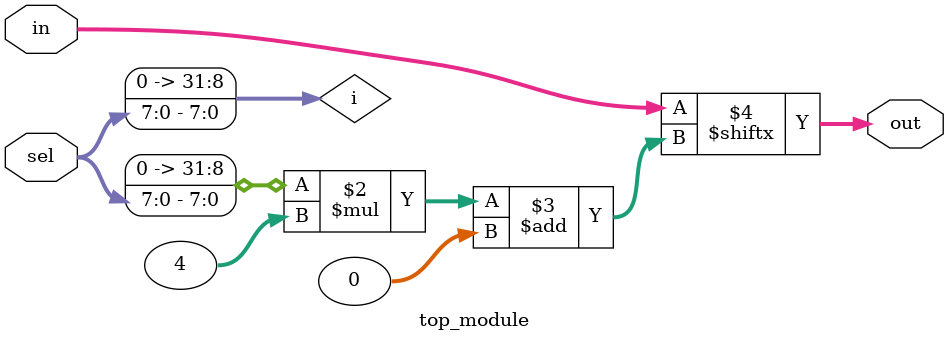
<source format=v>
module top_module( 
    input [1023:0] in,
    input [7:0] sel,
    output [3:0] out );

    integer i;
    
    always @(*) begin
        i = sel;
        out = in[i*4+:4];
    end
        
endmodule

</source>
